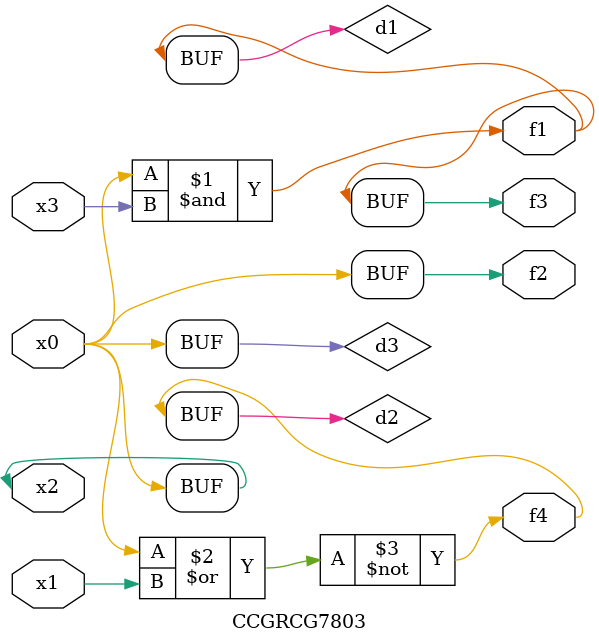
<source format=v>
module CCGRCG7803(
	input x0, x1, x2, x3,
	output f1, f2, f3, f4
);

	wire d1, d2, d3;

	and (d1, x2, x3);
	nor (d2, x0, x1);
	buf (d3, x0, x2);
	assign f1 = d1;
	assign f2 = d3;
	assign f3 = d1;
	assign f4 = d2;
endmodule

</source>
